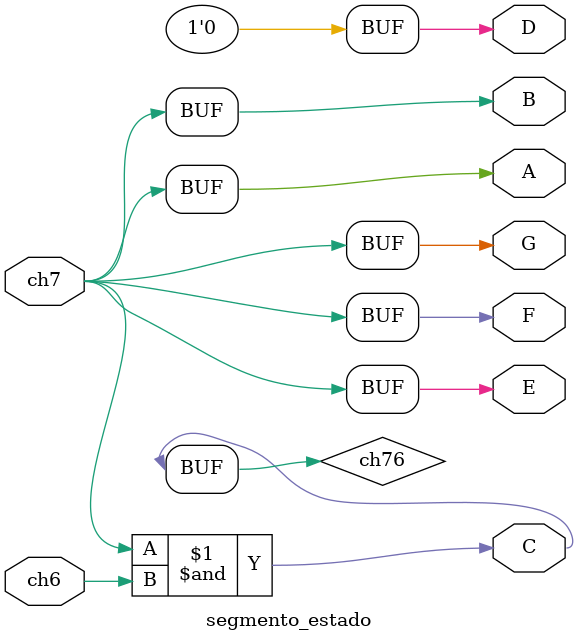
<source format=v>
/*Este modulo consiste no codificador de binario para matriz de 7 segmentos, mais especificamente
para exibir as letras dos estados (P de Posicionamento e A de Ataque)*/
module segmento_estado (
  input ch7,ch6,  //ch7 é ligar e desligar, ch6 é posicionamento ou ataque 
  output A,B,C,D,E,F,G //As saídas do 7 segmentos
);
wire ch76;

//Expressões conseguidas atravez do Mapa K para ligar e desligar os pontos especificos

//A
or nor_a(A, ch7);

//B
or nor_b(B, ch7);

//C
and and_ch76(ch76, ch7,ch6);
or nor_c(C,ch76);

//D
and and_d(D,1'b0); //Está "feio" porém foi melhor assim para eu me guiar
//E
or nor_e(E, ch7);
//F
or nor_f(F, ch7);
//G
or nor_g(G, ch7);

endmodule
</source>
